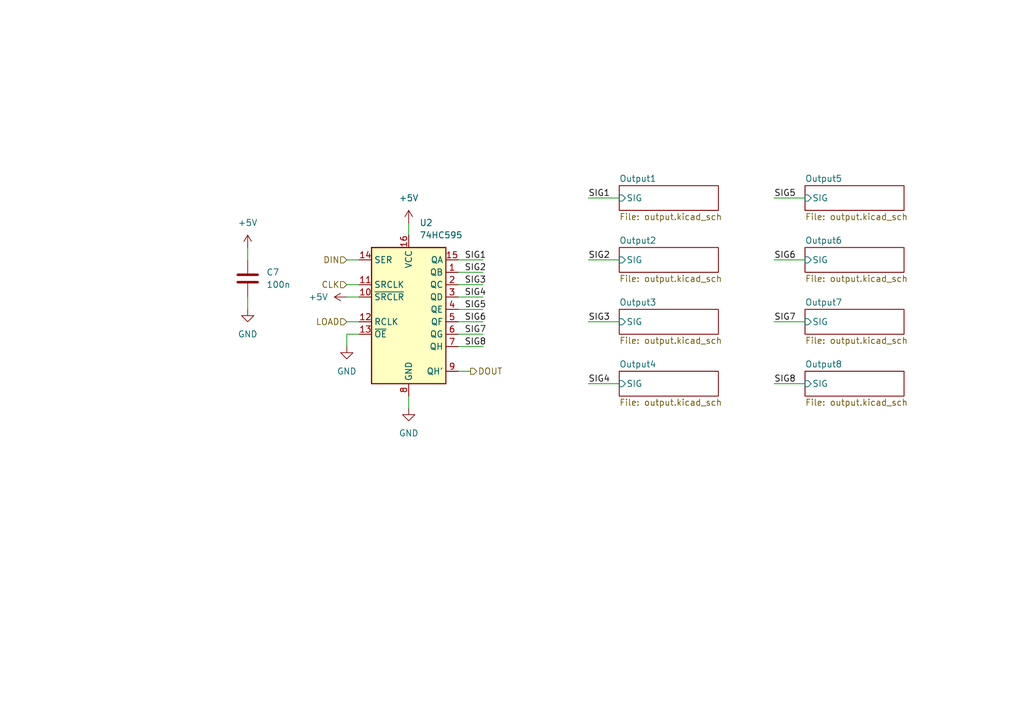
<source format=kicad_sch>
(kicad_sch (version 20231120) (generator "eeschema") (generator_version "8.0")
  (paper "A5")
  (lib_symbols
    (symbol "74xx:74HC595"
      (property "Reference" "U" (at -7.62 13.97 0))
      (property "Value" "74HC595" (at -7.62 -16.51 0))
      (symbol "74HC595_1_0"
        (pin tri_state line (at 10.16 7.62 180) (length 2.54) (name "QB") (number "1"))
        (pin input line (at -10.16 2.54 0) (length 2.54) (name "~{SRCLR}") (number "10"))
        (pin input line (at -10.16 5.08 0) (length 2.54) (name "SRCLK") (number "11"))
        (pin input line (at -10.16 -2.54 0) (length 2.54) (name "RCLK") (number "12"))
        (pin input line (at -10.16 -5.08 0) (length 2.54) (name "~{OE}") (number "13"))
        (pin input line (at -10.16 10.16 0) (length 2.54) (name "SER") (number "14"))
        (pin tri_state line (at 10.16 10.16 180) (length 2.54) (name "QA") (number "15"))
        (pin power_in line (at 0 15.24 270) (length 2.54) (name "VCC") (number "16"))
        (pin tri_state line (at 10.16 5.08 180) (length 2.54) (name "QC") (number "2"))
        (pin tri_state line (at 10.16 2.54 180) (length 2.54) (name "QD") (number "3"))
        (pin tri_state line (at 10.16 0 180) (length 2.54) (name "QE") (number "4"))
        (pin tri_state line (at 10.16 -2.54 180) (length 2.54) (name "QF") (number "5"))
        (pin tri_state line (at 10.16 -5.08 180) (length 2.54) (name "QG") (number "6"))
        (pin tri_state line (at 10.16 -7.62 180) (length 2.54) (name "QH") (number "7"))
        (pin power_in line (at 0 -17.78 90) (length 2.54) (name "GND") (number "8"))
        (pin output line (at 10.16 -12.7 180) (length 2.54) (name "QH'") (number "9"))
      )
      (symbol "74HC595_1_1"
        (rectangle (start -7.62 12.7) (end 7.62 -15.24) (stroke (width 0.254)) (fill (type background)))
      )
    )
    (symbol "Device:C" (pin_numbers hide) (pin_names (offset 0.254))
      (property "Reference" "C" (at 0.635 2.54 0))
      (property "Value" "C" (at 0.635 -2.54 0))
      (symbol "C_0_1"
        (polyline (pts (xy -2.032 -0.762) (xy 2.032 -0.762)) (stroke (width 0.508)))
        (polyline (pts (xy -2.032 0.762) (xy 2.032 0.762)) (stroke (width 0.508)))
      )
      (symbol "C_1_1"
        (pin passive line (at 0 3.81 270) (length 2.794) (name "~") (number "1"))
        (pin passive line (at 0 -3.81 90) (length 2.794) (name "~") (number "2"))
      )
    )
    (symbol "power:+5V" (power) (pin_numbers hide) (pin_names (offset 0) hide)
      (property "Value" "+5V" (at 0 3.556 0))
      (symbol "+5V_0_1"
        (polyline (pts (xy -0.762 1.27) (xy 0 2.54)))
        (polyline (pts (xy 0 0) (xy 0 2.54)))
        (polyline (pts (xy 0 2.54) (xy 0.762 1.27)))
      )
      (symbol "+5V_1_1"
        (pin power_in line (at 0 0 90) (length 0) (name "~") (number "1"))
      )
    )
    (symbol "power:GND" (power) (pin_numbers hide) (pin_names (offset 0) hide)
      (property "Value" "GND" (at 0 -3.81 0))
      (symbol "GND_0_1"
        (polyline (pts (xy 0 0) (xy 0 -1.27) (xy 1.27 -1.27) (xy 0 -2.54) (xy -1.27 -1.27) (xy 0 -1.27)))
      )
      (symbol "GND_1_1"
        (pin power_in line (at 0 0 270) (length 0) (name "~") (number "1"))
      )
    )
  )
  (wire (pts (xy 120.65 53.34) (xy 127 53.34)))
  (wire (pts (xy 93.98 66.04) (xy 99.06 66.04)))
  (wire (pts (xy 71.12 58.42) (xy 73.66 58.42)))
  (wire (pts (xy 93.98 53.34) (xy 99.06 53.34)))
  (wire (pts (xy 71.12 68.58) (xy 73.66 68.58)))
  (wire (pts (xy 93.98 58.42) (xy 99.06 58.42)))
  (wire (pts (xy 71.12 60.96) (xy 73.66 60.96)))
  (wire (pts (xy 93.98 55.88) (xy 99.06 55.88)))
  (wire (pts (xy 83.82 45.72) (xy 83.82 48.26)))
  (wire (pts (xy 158.75 66.04) (xy 165.1 66.04)))
  (wire (pts (xy 120.65 78.74) (xy 127 78.74)))
  (wire (pts (xy 158.75 78.74) (xy 165.1 78.74)))
  (wire (pts (xy 93.98 63.5) (xy 99.06 63.5)))
  (wire (pts (xy 93.98 60.96) (xy 99.06 60.96)))
  (wire (pts (xy 93.98 76.2) (xy 96.52 76.2)))
  (wire (pts (xy 158.75 40.64) (xy 165.1 40.64)))
  (wire (pts (xy 120.65 40.64) (xy 127 40.64)))
  (wire (pts (xy 93.98 71.12) (xy 99.06 71.12)))
  (wire (pts (xy 158.75 53.34) (xy 165.1 53.34)))
  (wire (pts (xy 83.82 81.28) (xy 83.82 83.82)))
  (wire (pts (xy 120.65 66.04) (xy 127 66.04)))
  (wire (pts (xy 71.12 53.34) (xy 73.66 53.34)))
  (wire (pts (xy 50.8 50.8) (xy 50.8 53.34)))
  (wire (pts (xy 71.12 68.58) (xy 71.12 71.12)))
  (wire (pts (xy 93.98 68.58) (xy 99.06 68.58)))
  (wire (pts (xy 50.8 60.96) (xy 50.8 63.5)))
  (wire (pts (xy 71.12 66.04) (xy 73.66 66.04)))
  (label "SIG8" (at 95.25 71.12 0))
  (label "SIG5" (at 95.25 63.5 0))
  (label "SIG7" (at 95.25 68.58 0))
  (label "SIG7" (at 158.75 66.04 0))
  (label "SIG8" (at 158.75 78.74 0))
  (label "SIG3" (at 95.25 58.42 0))
  (label "SIG1" (at 95.25 53.34 0))
  (label "SIG2" (at 120.65 53.34 0))
  (label "SIG6" (at 95.25 66.04 0))
  (label "SIG4" (at 120.65 78.74 0))
  (label "SIG5" (at 158.75 40.64 0))
  (label "SIG4" (at 95.25 60.96 0))
  (label "SIG1" (at 120.65 40.64 0))
  (label "SIG2" (at 95.25 55.88 0))
  (label "SIG6" (at 158.75 53.34 0))
  (label "SIG3" (at 120.65 66.04 0))
  (hierarchical_label "CLK" (shape input) (at 71.12 58.42 180))
  (hierarchical_label "DOUT" (shape output) (at 96.52 76.2 0))
  (hierarchical_label "DIN" (shape input) (at 71.12 53.34 180))
  (hierarchical_label "LOAD" (shape input) (at 71.12 66.04 180))
  (symbol (lib_id "power:+5V") (at 50.8 50.8 0) (unit 1)
    (property "Reference" "#PWR014" (effects (hide yes)))
    (property "Value" "+5V" (at 50.8 45.72 0))
    (property "Description" "Power symbol creates a global label with name \"+5V\"" (effects (hide yes)))
    (instances (project "power-node" (path "" (reference "#PWR014") (unit 1)) (path "" (reference "#PWR037") (unit 1)) (path "" (reference "#PWR015") (unit 1)) (path "" (reference "#PWR036") (unit 1))))
  )
  (symbol (lib_id "power:GND") (at 71.12 71.12 0) (unit 1)
    (property "Reference" "#PWR018" (effects (hide yes)))
    (property "Value" "GND" (at 71.12 76.2 0))
    (property "Description" "Power symbol creates a global label with name \"GND\" , ground" (effects (hide yes)))
    (instances (project "power-node" (path "" (reference "#PWR018") (unit 1)) (path "" (reference "#PWR084") (unit 1)) (path "" (reference "#PWR040") (unit 1)) (path "" (reference "#PWR062") (unit 1))))
  )
  (symbol (lib_id "power:GND") (at 50.8 63.5 0) (unit 1)
    (property "Reference" "#PWR017" (effects (hide yes)))
    (property "Value" "GND" (at 50.8 68.58 0))
    (property "Description" "Power symbol creates a global label with name \"GND\" , ground" (effects (hide yes)))
    (instances (project "power-node" (path "" (reference "#PWR017") (unit 1)) (path "" (reference "#PWR083") (unit 1)) (path "" (reference "#PWR039") (unit 1)) (path "" (reference "#PWR061") (unit 1))))
  )
  (symbol (lib_id "74xx:74HC595") (at 83.82 63.5 0) (unit 1)
    (property "Reference" "U2" (at 86.0141 45.72 0) (effects (justify left)))
    (property "Value" "74HC595" (at 86.0141 48.26 0) (effects (justify left)))
    (property "Footprint" "Package_SO:SOIC-16_3.9x9.9mm_P1.27mm" (effects (hide yes)))
    (property "Datasheet" "http://www.ti.com/lit/ds/symlink/sn74hc595.pdf" (effects (hide yes)))
    (property "Description" "8-bit serial in/out Shift Register 3-State Outputs" (effects (hide yes)))
    (property "LCSC" "C5947" (effects (hide yes)))
    (instances (project "power-node" (path "" (reference "U2") (unit 1)) (path "" (reference "U5") (unit 1)) (path "" (reference "U3") (unit 1)) (path "" (reference "U4") (unit 1))))
  )
  (symbol (lib_id "Device:C") (at 50.8 57.15 0) (unit 1)
    (property "Reference" "C7" (at 54.61 55.8799 0) (effects (justify left)))
    (property "Value" "100n" (at 54.61 58.4199 0) (effects (justify left)))
    (property "Footprint" "Capacitor_SMD:C_0402_1005Metric" (effects (hide yes)))
    (property "Description" "Unpolarized capacitor" (effects (hide yes)))
    (property "LCSC" "C1525" (effects (hide yes)))
    (instances (project "power-node" (path "" (reference "C7") (unit 1)) (path "" (reference "C10") (unit 1)) (path "" (reference "C8") (unit 1)) (path "" (reference "C9") (unit 1))))
  )
  (symbol (lib_id "power:GND") (at 83.82 83.82 0) (unit 1)
    (property "Reference" "#PWR019" (effects (hide yes)))
    (property "Value" "GND" (at 83.82 88.9 0))
    (property "Description" "Power symbol creates a global label with name \"GND\" , ground" (effects (hide yes)))
    (instances (project "power-node" (path "" (reference "#PWR019") (unit 1)) (path "" (reference "#PWR085") (unit 1)) (path "" (reference "#PWR041") (unit 1)) (path "" (reference "#PWR063") (unit 1))))
  )
  (symbol (lib_id "power:+5V") (at 71.12 60.96 90) (unit 1)
    (property "Reference" "#PWR016" (effects (hide yes)))
    (property "Value" "+5V" (at 67.31 60.9599 90) (effects (justify left)))
    (property "Description" "Power symbol creates a global label with name \"+5V\"" (effects (hide yes)))
    (instances (project "power-node" (path "" (reference "#PWR016") (unit 1)) (path "" (reference "#PWR082") (unit 1)) (path "" (reference "#PWR038") (unit 1)) (path "" (reference "#PWR060") (unit 1))))
  )
  (symbol (lib_id "power:+5V") (at 83.82 45.72 0) (unit 1)
    (property "Reference" "#PWR0102" (effects (hide yes)))
    (property "Value" "+5V" (at 83.82 40.64 0))
    (property "Description" "Power symbol creates a global label with name \"+5V\"" (effects (hide yes)))
    (instances (project "" (path "" (reference "#PWR0102") (unit 1)) (path "" (reference "#PWR0105") (unit 1)) (path "" (reference "#PWR0103") (unit 1)) (path "" (reference "#PWR0104") (unit 1))))
  )
  (sheet (at 127 63.5) (size 20.32 5.08) (stroke (width 0.1524))
    (property "Sheetname" "Output3" (at 127 62.7884 0) (effects (justify left bottom)))
    (property "Sheetfile" "output.kicad_sch" (at 127 69.1646 0) (effects (justify left top)))
    (pin "SIG" input (at 127 66.04 180))
  )
  (sheet (at 165.1 76.2) (size 20.32 5.08) (stroke (width 0.1524))
    (property "Sheetname" "Output8" (at 165.1 75.4884 0) (effects (justify left bottom)))
    (property "Sheetfile" "output.kicad_sch" (at 165.1 81.8646 0) (effects (justify left top)))
    (pin "SIG" input (at 165.1 78.74 180))
  )
  (sheet (at 165.1 63.5) (size 20.32 5.08) (stroke (width 0.1524))
    (property "Sheetname" "Output7" (at 165.1 62.7884 0) (effects (justify left bottom)))
    (property "Sheetfile" "output.kicad_sch" (at 165.1 69.1646 0) (effects (justify left top)))
    (pin "SIG" input (at 165.1 66.04 180))
  )
  (sheet (at 165.1 38.1) (size 20.32 5.08) (stroke (width 0.1524))
    (property "Sheetname" "Output5" (at 165.1 37.3884 0) (effects (justify left bottom)))
    (property "Sheetfile" "output.kicad_sch" (at 165.1 43.7646 0) (effects (justify left top)))
    (pin "SIG" input (at 165.1 40.64 180))
  )
  (sheet (at 127 50.8) (size 20.32 5.08) (stroke (width 0.1524))
    (property "Sheetname" "Output2" (at 127 50.0884 0) (effects (justify left bottom)))
    (property "Sheetfile" "output.kicad_sch" (at 127 56.4646 0) (effects (justify left top)))
    (pin "SIG" input (at 127 53.34 180))
  )
  (sheet (at 127 38.1) (size 20.32 5.08) (stroke (width 0.1524))
    (property "Sheetname" "Output1" (at 127 37.3884 0) (effects (justify left bottom)))
    (property "Sheetfile" "output.kicad_sch" (at 127 43.7646 0) (effects (justify left top)))
    (pin "SIG" input (at 127 40.64 180))
  )
  (sheet (at 165.1 50.8) (size 20.32 5.08) (stroke (width 0.1524))
    (property "Sheetname" "Output6" (at 165.1 50.0884 0) (effects (justify left bottom)))
    (property "Sheetfile" "output.kicad_sch" (at 165.1 56.4646 0) (effects (justify left top)))
    (pin "SIG" input (at 165.1 53.34 180))
  )
  (sheet (at 127 76.2) (size 20.32 5.08) (stroke (width 0.1524))
    (property "Sheetname" "Output4" (at 127 75.4884 0) (effects (justify left bottom)))
    (property "Sheetfile" "output.kicad_sch" (at 127 81.8646 0) (effects (justify left top)))
    (pin "SIG" input (at 127 78.74 180))
  )
)
</source>
